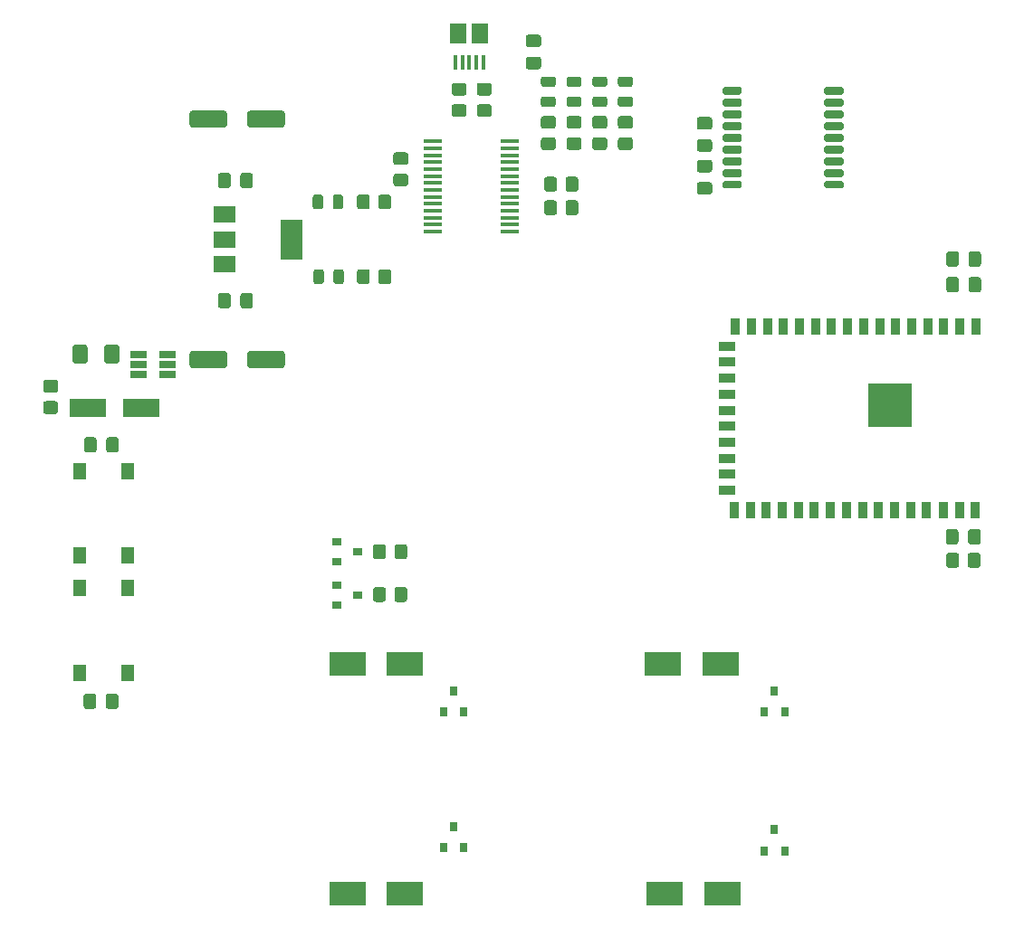
<source format=gbr>
%TF.GenerationSoftware,KiCad,Pcbnew,5.1.10*%
%TF.CreationDate,2021-12-02T21:41:10+00:00*%
%TF.ProjectId,ELE3044 - Tractor Tracker,454c4533-3034-4342-902d-205472616374,rev?*%
%TF.SameCoordinates,Original*%
%TF.FileFunction,Paste,Top*%
%TF.FilePolarity,Positive*%
%FSLAX46Y46*%
G04 Gerber Fmt 4.6, Leading zero omitted, Abs format (unit mm)*
G04 Created by KiCad (PCBNEW 5.1.10) date 2021-12-02 21:41:10*
%MOMM*%
%LPD*%
G01*
G04 APERTURE LIST*
%ADD10R,3.500000X1.800000*%
%ADD11R,3.500000X2.300000*%
%ADD12R,0.900000X1.500000*%
%ADD13R,1.500000X0.900000*%
%ADD14R,4.100000X4.100000*%
%ADD15R,1.750000X0.450000*%
%ADD16R,2.000000X1.500000*%
%ADD17R,2.000000X3.800000*%
%ADD18R,1.300000X1.550000*%
%ADD19R,0.800000X0.900000*%
%ADD20R,0.900000X0.800000*%
%ADD21R,1.560000X0.650000*%
%ADD22R,1.500000X1.900000*%
%ADD23R,0.400000X1.350000*%
G04 APERTURE END LIST*
%TO.C,U3*%
G36*
G01*
X177600000Y-72025000D02*
X177600000Y-71675000D01*
G75*
G02*
X177775000Y-71500000I175000J0D01*
G01*
X179225000Y-71500000D01*
G75*
G02*
X179400000Y-71675000I0J-175000D01*
G01*
X179400000Y-72025000D01*
G75*
G02*
X179225000Y-72200000I-175000J0D01*
G01*
X177775000Y-72200000D01*
G75*
G02*
X177600000Y-72025000I0J175000D01*
G01*
G37*
G36*
G01*
X177600000Y-73150000D02*
X177600000Y-72750000D01*
G75*
G02*
X177800000Y-72550000I200000J0D01*
G01*
X179200000Y-72550000D01*
G75*
G02*
X179400000Y-72750000I0J-200000D01*
G01*
X179400000Y-73150000D01*
G75*
G02*
X179200000Y-73350000I-200000J0D01*
G01*
X177800000Y-73350000D01*
G75*
G02*
X177600000Y-73150000I0J200000D01*
G01*
G37*
G36*
G01*
X177600000Y-74250000D02*
X177600000Y-73850000D01*
G75*
G02*
X177800000Y-73650000I200000J0D01*
G01*
X179200000Y-73650000D01*
G75*
G02*
X179400000Y-73850000I0J-200000D01*
G01*
X179400000Y-74250000D01*
G75*
G02*
X179200000Y-74450000I-200000J0D01*
G01*
X177800000Y-74450000D01*
G75*
G02*
X177600000Y-74250000I0J200000D01*
G01*
G37*
G36*
G01*
X177600000Y-75350000D02*
X177600000Y-74950000D01*
G75*
G02*
X177800000Y-74750000I200000J0D01*
G01*
X179200000Y-74750000D01*
G75*
G02*
X179400000Y-74950000I0J-200000D01*
G01*
X179400000Y-75350000D01*
G75*
G02*
X179200000Y-75550000I-200000J0D01*
G01*
X177800000Y-75550000D01*
G75*
G02*
X177600000Y-75350000I0J200000D01*
G01*
G37*
G36*
G01*
X177600000Y-76450000D02*
X177600000Y-76050000D01*
G75*
G02*
X177800000Y-75850000I200000J0D01*
G01*
X179200000Y-75850000D01*
G75*
G02*
X179400000Y-76050000I0J-200000D01*
G01*
X179400000Y-76450000D01*
G75*
G02*
X179200000Y-76650000I-200000J0D01*
G01*
X177800000Y-76650000D01*
G75*
G02*
X177600000Y-76450000I0J200000D01*
G01*
G37*
G36*
G01*
X177600000Y-77550000D02*
X177600000Y-77150000D01*
G75*
G02*
X177800000Y-76950000I200000J0D01*
G01*
X179200000Y-76950000D01*
G75*
G02*
X179400000Y-77150000I0J-200000D01*
G01*
X179400000Y-77550000D01*
G75*
G02*
X179200000Y-77750000I-200000J0D01*
G01*
X177800000Y-77750000D01*
G75*
G02*
X177600000Y-77550000I0J200000D01*
G01*
G37*
G36*
G01*
X177600000Y-78650000D02*
X177600000Y-78250000D01*
G75*
G02*
X177800000Y-78050000I200000J0D01*
G01*
X179200000Y-78050000D01*
G75*
G02*
X179400000Y-78250000I0J-200000D01*
G01*
X179400000Y-78650000D01*
G75*
G02*
X179200000Y-78850000I-200000J0D01*
G01*
X177800000Y-78850000D01*
G75*
G02*
X177600000Y-78650000I0J200000D01*
G01*
G37*
G36*
G01*
X177600000Y-79750000D02*
X177600000Y-79350000D01*
G75*
G02*
X177800000Y-79150000I200000J0D01*
G01*
X179200000Y-79150000D01*
G75*
G02*
X179400000Y-79350000I0J-200000D01*
G01*
X179400000Y-79750000D01*
G75*
G02*
X179200000Y-79950000I-200000J0D01*
G01*
X177800000Y-79950000D01*
G75*
G02*
X177600000Y-79750000I0J200000D01*
G01*
G37*
G36*
G01*
X177600000Y-80825000D02*
X177600000Y-80475000D01*
G75*
G02*
X177775000Y-80300000I175000J0D01*
G01*
X179225000Y-80300000D01*
G75*
G02*
X179400000Y-80475000I0J-175000D01*
G01*
X179400000Y-80825000D01*
G75*
G02*
X179225000Y-81000000I-175000J0D01*
G01*
X177775000Y-81000000D01*
G75*
G02*
X177600000Y-80825000I0J175000D01*
G01*
G37*
G36*
G01*
X168100000Y-80825000D02*
X168100000Y-80475000D01*
G75*
G02*
X168275000Y-80300000I175000J0D01*
G01*
X169725000Y-80300000D01*
G75*
G02*
X169900000Y-80475000I0J-175000D01*
G01*
X169900000Y-80825000D01*
G75*
G02*
X169725000Y-81000000I-175000J0D01*
G01*
X168275000Y-81000000D01*
G75*
G02*
X168100000Y-80825000I0J175000D01*
G01*
G37*
G36*
G01*
X168100000Y-79750000D02*
X168100000Y-79350000D01*
G75*
G02*
X168300000Y-79150000I200000J0D01*
G01*
X169700000Y-79150000D01*
G75*
G02*
X169900000Y-79350000I0J-200000D01*
G01*
X169900000Y-79750000D01*
G75*
G02*
X169700000Y-79950000I-200000J0D01*
G01*
X168300000Y-79950000D01*
G75*
G02*
X168100000Y-79750000I0J200000D01*
G01*
G37*
G36*
G01*
X168100000Y-78650000D02*
X168100000Y-78250000D01*
G75*
G02*
X168300000Y-78050000I200000J0D01*
G01*
X169700000Y-78050000D01*
G75*
G02*
X169900000Y-78250000I0J-200000D01*
G01*
X169900000Y-78650000D01*
G75*
G02*
X169700000Y-78850000I-200000J0D01*
G01*
X168300000Y-78850000D01*
G75*
G02*
X168100000Y-78650000I0J200000D01*
G01*
G37*
G36*
G01*
X168100000Y-77550000D02*
X168100000Y-77150000D01*
G75*
G02*
X168300000Y-76950000I200000J0D01*
G01*
X169700000Y-76950000D01*
G75*
G02*
X169900000Y-77150000I0J-200000D01*
G01*
X169900000Y-77550000D01*
G75*
G02*
X169700000Y-77750000I-200000J0D01*
G01*
X168300000Y-77750000D01*
G75*
G02*
X168100000Y-77550000I0J200000D01*
G01*
G37*
G36*
G01*
X168100000Y-76450000D02*
X168100000Y-76050000D01*
G75*
G02*
X168300000Y-75850000I200000J0D01*
G01*
X169700000Y-75850000D01*
G75*
G02*
X169900000Y-76050000I0J-200000D01*
G01*
X169900000Y-76450000D01*
G75*
G02*
X169700000Y-76650000I-200000J0D01*
G01*
X168300000Y-76650000D01*
G75*
G02*
X168100000Y-76450000I0J200000D01*
G01*
G37*
G36*
G01*
X168100000Y-75350000D02*
X168100000Y-74950000D01*
G75*
G02*
X168300000Y-74750000I200000J0D01*
G01*
X169700000Y-74750000D01*
G75*
G02*
X169900000Y-74950000I0J-200000D01*
G01*
X169900000Y-75350000D01*
G75*
G02*
X169700000Y-75550000I-200000J0D01*
G01*
X168300000Y-75550000D01*
G75*
G02*
X168100000Y-75350000I0J200000D01*
G01*
G37*
G36*
G01*
X168100000Y-74250000D02*
X168100000Y-73850000D01*
G75*
G02*
X168300000Y-73650000I200000J0D01*
G01*
X169700000Y-73650000D01*
G75*
G02*
X169900000Y-73850000I0J-200000D01*
G01*
X169900000Y-74250000D01*
G75*
G02*
X169700000Y-74450000I-200000J0D01*
G01*
X168300000Y-74450000D01*
G75*
G02*
X168100000Y-74250000I0J200000D01*
G01*
G37*
G36*
G01*
X168100000Y-73150000D02*
X168100000Y-72750000D01*
G75*
G02*
X168300000Y-72550000I200000J0D01*
G01*
X169700000Y-72550000D01*
G75*
G02*
X169900000Y-72750000I0J-200000D01*
G01*
X169900000Y-73150000D01*
G75*
G02*
X169700000Y-73350000I-200000J0D01*
G01*
X168300000Y-73350000D01*
G75*
G02*
X168100000Y-73150000I0J200000D01*
G01*
G37*
G36*
G01*
X168100000Y-72025000D02*
X168100000Y-71675000D01*
G75*
G02*
X168275000Y-71500000I175000J0D01*
G01*
X169725000Y-71500000D01*
G75*
G02*
X169900000Y-71675000I0J-175000D01*
G01*
X169900000Y-72025000D01*
G75*
G02*
X169725000Y-72200000I-175000J0D01*
G01*
X168275000Y-72200000D01*
G75*
G02*
X168100000Y-72025000I0J175000D01*
G01*
G37*
%TD*%
%TO.C,D2*%
G36*
G01*
X130737500Y-81793750D02*
X130737500Y-82706250D01*
G75*
G02*
X130493750Y-82950000I-243750J0D01*
G01*
X130006250Y-82950000D01*
G75*
G02*
X129762500Y-82706250I0J243750D01*
G01*
X129762500Y-81793750D01*
G75*
G02*
X130006250Y-81550000I243750J0D01*
G01*
X130493750Y-81550000D01*
G75*
G02*
X130737500Y-81793750I0J-243750D01*
G01*
G37*
G36*
G01*
X132612500Y-81793750D02*
X132612500Y-82706250D01*
G75*
G02*
X132368750Y-82950000I-243750J0D01*
G01*
X131881250Y-82950000D01*
G75*
G02*
X131637500Y-82706250I0J243750D01*
G01*
X131637500Y-81793750D01*
G75*
G02*
X131881250Y-81550000I243750J0D01*
G01*
X132368750Y-81550000D01*
G75*
G02*
X132612500Y-81793750I0J-243750D01*
G01*
G37*
%TD*%
D10*
%TO.C,D7*%
X108750000Y-101500000D03*
X113750000Y-101500000D03*
%TD*%
D11*
%TO.C,D10*%
X138400000Y-147000000D03*
X133000000Y-147000000D03*
%TD*%
D12*
%TO.C,U4*%
X191775000Y-93875000D03*
X170775000Y-93875000D03*
X169275000Y-93875000D03*
D13*
X168525000Y-95750000D03*
X168525000Y-97250000D03*
X168525000Y-98750000D03*
X168525000Y-100250000D03*
X168525000Y-101750000D03*
X168525000Y-103250000D03*
X168525000Y-104750000D03*
X168525000Y-106250000D03*
D12*
X190275000Y-93875000D03*
X188775000Y-93875000D03*
X187275000Y-93875000D03*
X185775000Y-93875000D03*
X184275000Y-93875000D03*
X182775000Y-93875000D03*
X181275000Y-93875000D03*
X179775000Y-93875000D03*
X178275000Y-93875000D03*
X176775000Y-93875000D03*
X175275000Y-93875000D03*
X173775000Y-93875000D03*
X172275000Y-93875000D03*
X185675000Y-111125000D03*
X184175000Y-111125000D03*
X182675000Y-111125000D03*
X181175000Y-111125000D03*
X179675000Y-111125000D03*
X178175000Y-111125000D03*
X176675000Y-111125000D03*
X175175000Y-111125000D03*
X173675000Y-111125000D03*
X172175000Y-111125000D03*
X170675000Y-111125000D03*
X169175000Y-111125000D03*
D13*
X168525000Y-109250000D03*
X168525000Y-107750000D03*
D12*
X187175000Y-111125000D03*
X188775000Y-111125000D03*
X190275000Y-111125000D03*
X191675000Y-111125000D03*
D14*
X183735000Y-101310000D03*
%TD*%
D15*
%TO.C,U2*%
X148200000Y-76575000D03*
X148200000Y-77225000D03*
X148200000Y-77875000D03*
X148200000Y-78525000D03*
X148200000Y-79175000D03*
X148200000Y-79825000D03*
X148200000Y-80475000D03*
X148200000Y-81125000D03*
X148200000Y-81775000D03*
X148200000Y-82425000D03*
X148200000Y-83075000D03*
X148200000Y-83725000D03*
X148200000Y-84375000D03*
X148200000Y-85025000D03*
X141000000Y-85025000D03*
X141000000Y-84375000D03*
X141000000Y-83725000D03*
X141000000Y-83075000D03*
X141000000Y-82425000D03*
X141000000Y-81775000D03*
X141000000Y-81125000D03*
X141000000Y-80475000D03*
X141000000Y-79825000D03*
X141000000Y-79175000D03*
X141000000Y-78525000D03*
X141000000Y-77875000D03*
X141000000Y-77225000D03*
X141000000Y-76575000D03*
%TD*%
D16*
%TO.C,U1*%
X121500000Y-83450000D03*
X121500000Y-88050000D03*
X121500000Y-85750000D03*
D17*
X127800000Y-85750000D03*
%TD*%
D18*
%TO.C,SW2*%
X107950000Y-115375000D03*
X112450000Y-115375000D03*
X112450000Y-107425000D03*
X107950000Y-107425000D03*
%TD*%
%TO.C,SW1*%
X107950000Y-126375000D03*
X112450000Y-126375000D03*
X112450000Y-118425000D03*
X107950000Y-118425000D03*
%TD*%
%TO.C,R2*%
G36*
G01*
X135900000Y-82700001D02*
X135900000Y-81799999D01*
G75*
G02*
X136149999Y-81550000I249999J0D01*
G01*
X136850001Y-81550000D01*
G75*
G02*
X137100000Y-81799999I0J-249999D01*
G01*
X137100000Y-82700001D01*
G75*
G02*
X136850001Y-82950000I-249999J0D01*
G01*
X136149999Y-82950000D01*
G75*
G02*
X135900000Y-82700001I0J249999D01*
G01*
G37*
G36*
G01*
X133900000Y-82700001D02*
X133900000Y-81799999D01*
G75*
G02*
X134149999Y-81550000I249999J0D01*
G01*
X134850001Y-81550000D01*
G75*
G02*
X135100000Y-81799999I0J-249999D01*
G01*
X135100000Y-82700001D01*
G75*
G02*
X134850001Y-82950000I-249999J0D01*
G01*
X134149999Y-82950000D01*
G75*
G02*
X133900000Y-82700001I0J249999D01*
G01*
G37*
%TD*%
%TO.C,R1*%
G36*
G01*
X135900000Y-89700001D02*
X135900000Y-88799999D01*
G75*
G02*
X136149999Y-88550000I249999J0D01*
G01*
X136850001Y-88550000D01*
G75*
G02*
X137100000Y-88799999I0J-249999D01*
G01*
X137100000Y-89700001D01*
G75*
G02*
X136850001Y-89950000I-249999J0D01*
G01*
X136149999Y-89950000D01*
G75*
G02*
X135900000Y-89700001I0J249999D01*
G01*
G37*
G36*
G01*
X133900000Y-89700001D02*
X133900000Y-88799999D01*
G75*
G02*
X134149999Y-88550000I249999J0D01*
G01*
X134850001Y-88550000D01*
G75*
G02*
X135100000Y-88799999I0J-249999D01*
G01*
X135100000Y-89700001D01*
G75*
G02*
X134850001Y-89950000I-249999J0D01*
G01*
X134149999Y-89950000D01*
G75*
G02*
X133900000Y-89700001I0J249999D01*
G01*
G37*
%TD*%
%TO.C,R6*%
G36*
G01*
X157050001Y-75400000D02*
X156149999Y-75400000D01*
G75*
G02*
X155900000Y-75150001I0J249999D01*
G01*
X155900000Y-74449999D01*
G75*
G02*
X156149999Y-74200000I249999J0D01*
G01*
X157050001Y-74200000D01*
G75*
G02*
X157300000Y-74449999I0J-249999D01*
G01*
X157300000Y-75150001D01*
G75*
G02*
X157050001Y-75400000I-249999J0D01*
G01*
G37*
G36*
G01*
X157050001Y-77400000D02*
X156149999Y-77400000D01*
G75*
G02*
X155900000Y-77150001I0J249999D01*
G01*
X155900000Y-76449999D01*
G75*
G02*
X156149999Y-76200000I249999J0D01*
G01*
X157050001Y-76200000D01*
G75*
G02*
X157300000Y-76449999I0J-249999D01*
G01*
X157300000Y-77150001D01*
G75*
G02*
X157050001Y-77400000I-249999J0D01*
G01*
G37*
%TD*%
%TO.C,R5*%
G36*
G01*
X154650001Y-75400000D02*
X153749999Y-75400000D01*
G75*
G02*
X153500000Y-75150001I0J249999D01*
G01*
X153500000Y-74449999D01*
G75*
G02*
X153749999Y-74200000I249999J0D01*
G01*
X154650001Y-74200000D01*
G75*
G02*
X154900000Y-74449999I0J-249999D01*
G01*
X154900000Y-75150001D01*
G75*
G02*
X154650001Y-75400000I-249999J0D01*
G01*
G37*
G36*
G01*
X154650001Y-77400000D02*
X153749999Y-77400000D01*
G75*
G02*
X153500000Y-77150001I0J249999D01*
G01*
X153500000Y-76449999D01*
G75*
G02*
X153749999Y-76200000I249999J0D01*
G01*
X154650001Y-76200000D01*
G75*
G02*
X154900000Y-76449999I0J-249999D01*
G01*
X154900000Y-77150001D01*
G75*
G02*
X154650001Y-77400000I-249999J0D01*
G01*
G37*
%TD*%
D19*
%TO.C,Q5*%
X172950000Y-141000000D03*
X173900000Y-143000000D03*
X172000000Y-143000000D03*
%TD*%
%TO.C,Q3*%
X172950000Y-128000000D03*
X173900000Y-130000000D03*
X172000000Y-130000000D03*
%TD*%
%TO.C,Q4*%
X142950000Y-140700000D03*
X143900000Y-142700000D03*
X142000000Y-142700000D03*
%TD*%
%TO.C,Q2*%
X142950000Y-128000000D03*
X143900000Y-130000000D03*
X142000000Y-130000000D03*
%TD*%
D20*
%TO.C,Q7*%
X134000000Y-119050000D03*
X132000000Y-120000000D03*
X132000000Y-118100000D03*
%TD*%
%TO.C,Q6*%
X134000000Y-115000000D03*
X132000000Y-115950000D03*
X132000000Y-114050000D03*
%TD*%
D21*
%TO.C,Q1*%
X116200000Y-97450000D03*
X116200000Y-96500000D03*
X116200000Y-98400000D03*
X113500000Y-98400000D03*
X113500000Y-97450000D03*
X113500000Y-96500000D03*
%TD*%
D22*
%TO.C,J2*%
X145400000Y-66500000D03*
D23*
X144400000Y-69200000D03*
X143750000Y-69200000D03*
X143100000Y-69200000D03*
X145700000Y-69200000D03*
X145050000Y-69200000D03*
D22*
X143400000Y-66500000D03*
%TD*%
%TO.C,F1*%
G36*
G01*
X108712500Y-95875000D02*
X108712500Y-97125000D01*
G75*
G02*
X108462500Y-97375000I-250000J0D01*
G01*
X107537500Y-97375000D01*
G75*
G02*
X107287500Y-97125000I0J250000D01*
G01*
X107287500Y-95875000D01*
G75*
G02*
X107537500Y-95625000I250000J0D01*
G01*
X108462500Y-95625000D01*
G75*
G02*
X108712500Y-95875000I0J-250000D01*
G01*
G37*
G36*
G01*
X111687500Y-95875000D02*
X111687500Y-97125000D01*
G75*
G02*
X111437500Y-97375000I-250000J0D01*
G01*
X110512500Y-97375000D01*
G75*
G02*
X110262500Y-97125000I0J250000D01*
G01*
X110262500Y-95875000D01*
G75*
G02*
X110512500Y-95625000I250000J0D01*
G01*
X111437500Y-95625000D01*
G75*
G02*
X111687500Y-95875000I0J-250000D01*
G01*
G37*
%TD*%
%TO.C,D1*%
G36*
G01*
X130800000Y-88793750D02*
X130800000Y-89706250D01*
G75*
G02*
X130556250Y-89950000I-243750J0D01*
G01*
X130068750Y-89950000D01*
G75*
G02*
X129825000Y-89706250I0J243750D01*
G01*
X129825000Y-88793750D01*
G75*
G02*
X130068750Y-88550000I243750J0D01*
G01*
X130556250Y-88550000D01*
G75*
G02*
X130800000Y-88793750I0J-243750D01*
G01*
G37*
G36*
G01*
X132675000Y-88793750D02*
X132675000Y-89706250D01*
G75*
G02*
X132431250Y-89950000I-243750J0D01*
G01*
X131943750Y-89950000D01*
G75*
G02*
X131700000Y-89706250I0J243750D01*
G01*
X131700000Y-88793750D01*
G75*
G02*
X131943750Y-88550000I243750J0D01*
G01*
X132431250Y-88550000D01*
G75*
G02*
X132675000Y-88793750I0J-243750D01*
G01*
G37*
%TD*%
%TO.C,D6*%
G36*
G01*
X157056250Y-71487500D02*
X156143750Y-71487500D01*
G75*
G02*
X155900000Y-71243750I0J243750D01*
G01*
X155900000Y-70756250D01*
G75*
G02*
X156143750Y-70512500I243750J0D01*
G01*
X157056250Y-70512500D01*
G75*
G02*
X157300000Y-70756250I0J-243750D01*
G01*
X157300000Y-71243750D01*
G75*
G02*
X157056250Y-71487500I-243750J0D01*
G01*
G37*
G36*
G01*
X157056250Y-73362500D02*
X156143750Y-73362500D01*
G75*
G02*
X155900000Y-73118750I0J243750D01*
G01*
X155900000Y-72631250D01*
G75*
G02*
X156143750Y-72387500I243750J0D01*
G01*
X157056250Y-72387500D01*
G75*
G02*
X157300000Y-72631250I0J-243750D01*
G01*
X157300000Y-73118750D01*
G75*
G02*
X157056250Y-73362500I-243750J0D01*
G01*
G37*
%TD*%
%TO.C,D5*%
G36*
G01*
X154656250Y-71487500D02*
X153743750Y-71487500D01*
G75*
G02*
X153500000Y-71243750I0J243750D01*
G01*
X153500000Y-70756250D01*
G75*
G02*
X153743750Y-70512500I243750J0D01*
G01*
X154656250Y-70512500D01*
G75*
G02*
X154900000Y-70756250I0J-243750D01*
G01*
X154900000Y-71243750D01*
G75*
G02*
X154656250Y-71487500I-243750J0D01*
G01*
G37*
G36*
G01*
X154656250Y-73362500D02*
X153743750Y-73362500D01*
G75*
G02*
X153500000Y-73118750I0J243750D01*
G01*
X153500000Y-72631250D01*
G75*
G02*
X153743750Y-72387500I243750J0D01*
G01*
X154656250Y-72387500D01*
G75*
G02*
X154900000Y-72631250I0J-243750D01*
G01*
X154900000Y-73118750D01*
G75*
G02*
X154656250Y-73362500I-243750J0D01*
G01*
G37*
%TD*%
%TO.C,D4*%
G36*
G01*
X152256250Y-71487500D02*
X151343750Y-71487500D01*
G75*
G02*
X151100000Y-71243750I0J243750D01*
G01*
X151100000Y-70756250D01*
G75*
G02*
X151343750Y-70512500I243750J0D01*
G01*
X152256250Y-70512500D01*
G75*
G02*
X152500000Y-70756250I0J-243750D01*
G01*
X152500000Y-71243750D01*
G75*
G02*
X152256250Y-71487500I-243750J0D01*
G01*
G37*
G36*
G01*
X152256250Y-73362500D02*
X151343750Y-73362500D01*
G75*
G02*
X151100000Y-73118750I0J243750D01*
G01*
X151100000Y-72631250D01*
G75*
G02*
X151343750Y-72387500I243750J0D01*
G01*
X152256250Y-72387500D01*
G75*
G02*
X152500000Y-72631250I0J-243750D01*
G01*
X152500000Y-73118750D01*
G75*
G02*
X152256250Y-73362500I-243750J0D01*
G01*
G37*
%TD*%
%TO.C,D3*%
G36*
G01*
X159456250Y-71487500D02*
X158543750Y-71487500D01*
G75*
G02*
X158300000Y-71243750I0J243750D01*
G01*
X158300000Y-70756250D01*
G75*
G02*
X158543750Y-70512500I243750J0D01*
G01*
X159456250Y-70512500D01*
G75*
G02*
X159700000Y-70756250I0J-243750D01*
G01*
X159700000Y-71243750D01*
G75*
G02*
X159456250Y-71487500I-243750J0D01*
G01*
G37*
G36*
G01*
X159456250Y-73362500D02*
X158543750Y-73362500D01*
G75*
G02*
X158300000Y-73118750I0J243750D01*
G01*
X158300000Y-72631250D01*
G75*
G02*
X158543750Y-72387500I243750J0D01*
G01*
X159456250Y-72387500D01*
G75*
G02*
X159700000Y-72631250I0J-243750D01*
G01*
X159700000Y-73118750D01*
G75*
G02*
X159456250Y-73362500I-243750J0D01*
G01*
G37*
%TD*%
D11*
%TO.C,D9*%
X167900000Y-125500000D03*
X162500000Y-125500000D03*
%TD*%
%TO.C,D11*%
X168100000Y-147000000D03*
X162700000Y-147000000D03*
%TD*%
%TO.C,D8*%
X138400000Y-125500000D03*
X133000000Y-125500000D03*
%TD*%
%TO.C,C4*%
G36*
G01*
X121750000Y-73950000D02*
X121750000Y-75050000D01*
G75*
G02*
X121500000Y-75300000I-250000J0D01*
G01*
X118500000Y-75300000D01*
G75*
G02*
X118250000Y-75050000I0J250000D01*
G01*
X118250000Y-73950000D01*
G75*
G02*
X118500000Y-73700000I250000J0D01*
G01*
X121500000Y-73700000D01*
G75*
G02*
X121750000Y-73950000I0J-250000D01*
G01*
G37*
G36*
G01*
X127150000Y-73950000D02*
X127150000Y-75050000D01*
G75*
G02*
X126900000Y-75300000I-250000J0D01*
G01*
X123900000Y-75300000D01*
G75*
G02*
X123650000Y-75050000I0J250000D01*
G01*
X123650000Y-73950000D01*
G75*
G02*
X123900000Y-73700000I250000J0D01*
G01*
X126900000Y-73700000D01*
G75*
G02*
X127150000Y-73950000I0J-250000D01*
G01*
G37*
%TD*%
%TO.C,C1*%
G36*
G01*
X123650000Y-97550000D02*
X123650000Y-96450000D01*
G75*
G02*
X123900000Y-96200000I250000J0D01*
G01*
X126900000Y-96200000D01*
G75*
G02*
X127150000Y-96450000I0J-250000D01*
G01*
X127150000Y-97550000D01*
G75*
G02*
X126900000Y-97800000I-250000J0D01*
G01*
X123900000Y-97800000D01*
G75*
G02*
X123650000Y-97550000I0J250000D01*
G01*
G37*
G36*
G01*
X118250000Y-97550000D02*
X118250000Y-96450000D01*
G75*
G02*
X118500000Y-96200000I250000J0D01*
G01*
X121500000Y-96200000D01*
G75*
G02*
X121750000Y-96450000I0J-250000D01*
G01*
X121750000Y-97550000D01*
G75*
G02*
X121500000Y-97800000I-250000J0D01*
G01*
X118500000Y-97800000D01*
G75*
G02*
X118250000Y-97550000I0J250000D01*
G01*
G37*
%TD*%
%TO.C,C7*%
G36*
G01*
X166875000Y-75487500D02*
X165925000Y-75487500D01*
G75*
G02*
X165675000Y-75237500I0J250000D01*
G01*
X165675000Y-74562500D01*
G75*
G02*
X165925000Y-74312500I250000J0D01*
G01*
X166875000Y-74312500D01*
G75*
G02*
X167125000Y-74562500I0J-250000D01*
G01*
X167125000Y-75237500D01*
G75*
G02*
X166875000Y-75487500I-250000J0D01*
G01*
G37*
G36*
G01*
X166875000Y-77562500D02*
X165925000Y-77562500D01*
G75*
G02*
X165675000Y-77312500I0J250000D01*
G01*
X165675000Y-76637500D01*
G75*
G02*
X165925000Y-76387500I250000J0D01*
G01*
X166875000Y-76387500D01*
G75*
G02*
X167125000Y-76637500I0J-250000D01*
G01*
X167125000Y-77312500D01*
G75*
G02*
X166875000Y-77562500I-250000J0D01*
G01*
G37*
%TD*%
%TO.C,C6*%
G36*
G01*
X165925000Y-80387500D02*
X166875000Y-80387500D01*
G75*
G02*
X167125000Y-80637500I0J-250000D01*
G01*
X167125000Y-81312500D01*
G75*
G02*
X166875000Y-81562500I-250000J0D01*
G01*
X165925000Y-81562500D01*
G75*
G02*
X165675000Y-81312500I0J250000D01*
G01*
X165675000Y-80637500D01*
G75*
G02*
X165925000Y-80387500I250000J0D01*
G01*
G37*
G36*
G01*
X165925000Y-78312500D02*
X166875000Y-78312500D01*
G75*
G02*
X167125000Y-78562500I0J-250000D01*
G01*
X167125000Y-79237500D01*
G75*
G02*
X166875000Y-79487500I-250000J0D01*
G01*
X165925000Y-79487500D01*
G75*
G02*
X165675000Y-79237500I0J250000D01*
G01*
X165675000Y-78562500D01*
G75*
G02*
X165925000Y-78312500I250000J0D01*
G01*
G37*
%TD*%
%TO.C,C10*%
G36*
G01*
X191087500Y-88075000D02*
X191087500Y-87125000D01*
G75*
G02*
X191337500Y-86875000I250000J0D01*
G01*
X192012500Y-86875000D01*
G75*
G02*
X192262500Y-87125000I0J-250000D01*
G01*
X192262500Y-88075000D01*
G75*
G02*
X192012500Y-88325000I-250000J0D01*
G01*
X191337500Y-88325000D01*
G75*
G02*
X191087500Y-88075000I0J250000D01*
G01*
G37*
G36*
G01*
X189012500Y-88075000D02*
X189012500Y-87125000D01*
G75*
G02*
X189262500Y-86875000I250000J0D01*
G01*
X189937500Y-86875000D01*
G75*
G02*
X190187500Y-87125000I0J-250000D01*
G01*
X190187500Y-88075000D01*
G75*
G02*
X189937500Y-88325000I-250000J0D01*
G01*
X189262500Y-88325000D01*
G75*
G02*
X189012500Y-88075000I0J250000D01*
G01*
G37*
%TD*%
%TO.C,C3*%
G36*
G01*
X122087500Y-79775000D02*
X122087500Y-80725000D01*
G75*
G02*
X121837500Y-80975000I-250000J0D01*
G01*
X121162500Y-80975000D01*
G75*
G02*
X120912500Y-80725000I0J250000D01*
G01*
X120912500Y-79775000D01*
G75*
G02*
X121162500Y-79525000I250000J0D01*
G01*
X121837500Y-79525000D01*
G75*
G02*
X122087500Y-79775000I0J-250000D01*
G01*
G37*
G36*
G01*
X124162500Y-79775000D02*
X124162500Y-80725000D01*
G75*
G02*
X123912500Y-80975000I-250000J0D01*
G01*
X123237500Y-80975000D01*
G75*
G02*
X122987500Y-80725000I0J250000D01*
G01*
X122987500Y-79775000D01*
G75*
G02*
X123237500Y-79525000I250000J0D01*
G01*
X123912500Y-79525000D01*
G75*
G02*
X124162500Y-79775000I0J-250000D01*
G01*
G37*
%TD*%
%TO.C,C2*%
G36*
G01*
X122987500Y-91975000D02*
X122987500Y-91025000D01*
G75*
G02*
X123237500Y-90775000I250000J0D01*
G01*
X123912500Y-90775000D01*
G75*
G02*
X124162500Y-91025000I0J-250000D01*
G01*
X124162500Y-91975000D01*
G75*
G02*
X123912500Y-92225000I-250000J0D01*
G01*
X123237500Y-92225000D01*
G75*
G02*
X122987500Y-91975000I0J250000D01*
G01*
G37*
G36*
G01*
X120912500Y-91975000D02*
X120912500Y-91025000D01*
G75*
G02*
X121162500Y-90775000I250000J0D01*
G01*
X121837500Y-90775000D01*
G75*
G02*
X122087500Y-91025000I0J-250000D01*
G01*
X122087500Y-91975000D01*
G75*
G02*
X121837500Y-92225000I-250000J0D01*
G01*
X121162500Y-92225000D01*
G75*
G02*
X120912500Y-91975000I0J250000D01*
G01*
G37*
%TD*%
%TO.C,R11*%
G36*
G01*
X152600000Y-80149999D02*
X152600000Y-81050001D01*
G75*
G02*
X152350001Y-81300000I-249999J0D01*
G01*
X151649999Y-81300000D01*
G75*
G02*
X151400000Y-81050001I0J249999D01*
G01*
X151400000Y-80149999D01*
G75*
G02*
X151649999Y-79900000I249999J0D01*
G01*
X152350001Y-79900000D01*
G75*
G02*
X152600000Y-80149999I0J-249999D01*
G01*
G37*
G36*
G01*
X154600000Y-80149999D02*
X154600000Y-81050001D01*
G75*
G02*
X154350001Y-81300000I-249999J0D01*
G01*
X153649999Y-81300000D01*
G75*
G02*
X153400000Y-81050001I0J249999D01*
G01*
X153400000Y-80149999D01*
G75*
G02*
X153649999Y-79900000I249999J0D01*
G01*
X154350001Y-79900000D01*
G75*
G02*
X154600000Y-80149999I0J-249999D01*
G01*
G37*
%TD*%
%TO.C,R4*%
G36*
G01*
X152250001Y-75400000D02*
X151349999Y-75400000D01*
G75*
G02*
X151100000Y-75150001I0J249999D01*
G01*
X151100000Y-74449999D01*
G75*
G02*
X151349999Y-74200000I249999J0D01*
G01*
X152250001Y-74200000D01*
G75*
G02*
X152500000Y-74449999I0J-249999D01*
G01*
X152500000Y-75150001D01*
G75*
G02*
X152250001Y-75400000I-249999J0D01*
G01*
G37*
G36*
G01*
X152250001Y-77400000D02*
X151349999Y-77400000D01*
G75*
G02*
X151100000Y-77150001I0J249999D01*
G01*
X151100000Y-76449999D01*
G75*
G02*
X151349999Y-76200000I249999J0D01*
G01*
X152250001Y-76200000D01*
G75*
G02*
X152500000Y-76449999I0J-249999D01*
G01*
X152500000Y-77150001D01*
G75*
G02*
X152250001Y-77400000I-249999J0D01*
G01*
G37*
%TD*%
%TO.C,R3*%
G36*
G01*
X159450001Y-75400000D02*
X158549999Y-75400000D01*
G75*
G02*
X158300000Y-75150001I0J249999D01*
G01*
X158300000Y-74449999D01*
G75*
G02*
X158549999Y-74200000I249999J0D01*
G01*
X159450001Y-74200000D01*
G75*
G02*
X159700000Y-74449999I0J-249999D01*
G01*
X159700000Y-75150001D01*
G75*
G02*
X159450001Y-75400000I-249999J0D01*
G01*
G37*
G36*
G01*
X159450001Y-77400000D02*
X158549999Y-77400000D01*
G75*
G02*
X158300000Y-77150001I0J249999D01*
G01*
X158300000Y-76449999D01*
G75*
G02*
X158549999Y-76200000I249999J0D01*
G01*
X159450001Y-76200000D01*
G75*
G02*
X159700000Y-76449999I0J-249999D01*
G01*
X159700000Y-77150001D01*
G75*
G02*
X159450001Y-77400000I-249999J0D01*
G01*
G37*
%TD*%
%TO.C,R13*%
G36*
G01*
X190200000Y-115349999D02*
X190200000Y-116250001D01*
G75*
G02*
X189950001Y-116500000I-249999J0D01*
G01*
X189249999Y-116500000D01*
G75*
G02*
X189000000Y-116250001I0J249999D01*
G01*
X189000000Y-115349999D01*
G75*
G02*
X189249999Y-115100000I249999J0D01*
G01*
X189950001Y-115100000D01*
G75*
G02*
X190200000Y-115349999I0J-249999D01*
G01*
G37*
G36*
G01*
X192200000Y-115349999D02*
X192200000Y-116250001D01*
G75*
G02*
X191950001Y-116500000I-249999J0D01*
G01*
X191249999Y-116500000D01*
G75*
G02*
X191000000Y-116250001I0J249999D01*
G01*
X191000000Y-115349999D01*
G75*
G02*
X191249999Y-115100000I249999J0D01*
G01*
X191950001Y-115100000D01*
G75*
G02*
X192200000Y-115349999I0J-249999D01*
G01*
G37*
%TD*%
%TO.C,R12*%
G36*
G01*
X153400000Y-83250001D02*
X153400000Y-82349999D01*
G75*
G02*
X153649999Y-82100000I249999J0D01*
G01*
X154350001Y-82100000D01*
G75*
G02*
X154600000Y-82349999I0J-249999D01*
G01*
X154600000Y-83250001D01*
G75*
G02*
X154350001Y-83500000I-249999J0D01*
G01*
X153649999Y-83500000D01*
G75*
G02*
X153400000Y-83250001I0J249999D01*
G01*
G37*
G36*
G01*
X151400000Y-83250001D02*
X151400000Y-82349999D01*
G75*
G02*
X151649999Y-82100000I249999J0D01*
G01*
X152350001Y-82100000D01*
G75*
G02*
X152600000Y-82349999I0J-249999D01*
G01*
X152600000Y-83250001D01*
G75*
G02*
X152350001Y-83500000I-249999J0D01*
G01*
X151649999Y-83500000D01*
G75*
G02*
X151400000Y-83250001I0J249999D01*
G01*
G37*
%TD*%
%TO.C,R10*%
G36*
G01*
X145349999Y-73100000D02*
X146250001Y-73100000D01*
G75*
G02*
X146500000Y-73349999I0J-249999D01*
G01*
X146500000Y-74050001D01*
G75*
G02*
X146250001Y-74300000I-249999J0D01*
G01*
X145349999Y-74300000D01*
G75*
G02*
X145100000Y-74050001I0J249999D01*
G01*
X145100000Y-73349999D01*
G75*
G02*
X145349999Y-73100000I249999J0D01*
G01*
G37*
G36*
G01*
X145349999Y-71100000D02*
X146250001Y-71100000D01*
G75*
G02*
X146500000Y-71349999I0J-249999D01*
G01*
X146500000Y-72050001D01*
G75*
G02*
X146250001Y-72300000I-249999J0D01*
G01*
X145349999Y-72300000D01*
G75*
G02*
X145100000Y-72050001I0J249999D01*
G01*
X145100000Y-71349999D01*
G75*
G02*
X145349999Y-71100000I249999J0D01*
G01*
G37*
%TD*%
%TO.C,R9*%
G36*
G01*
X143900001Y-72300000D02*
X142999999Y-72300000D01*
G75*
G02*
X142750000Y-72050001I0J249999D01*
G01*
X142750000Y-71349999D01*
G75*
G02*
X142999999Y-71100000I249999J0D01*
G01*
X143900001Y-71100000D01*
G75*
G02*
X144150000Y-71349999I0J-249999D01*
G01*
X144150000Y-72050001D01*
G75*
G02*
X143900001Y-72300000I-249999J0D01*
G01*
G37*
G36*
G01*
X143900001Y-74300000D02*
X142999999Y-74300000D01*
G75*
G02*
X142750000Y-74050001I0J249999D01*
G01*
X142750000Y-73349999D01*
G75*
G02*
X142999999Y-73100000I249999J0D01*
G01*
X143900001Y-73100000D01*
G75*
G02*
X144150000Y-73349999I0J-249999D01*
G01*
X144150000Y-74050001D01*
G75*
G02*
X143900001Y-74300000I-249999J0D01*
G01*
G37*
%TD*%
%TO.C,R8*%
G36*
G01*
X138450001Y-78800000D02*
X137549999Y-78800000D01*
G75*
G02*
X137300000Y-78550001I0J249999D01*
G01*
X137300000Y-77849999D01*
G75*
G02*
X137549999Y-77600000I249999J0D01*
G01*
X138450001Y-77600000D01*
G75*
G02*
X138700000Y-77849999I0J-249999D01*
G01*
X138700000Y-78550001D01*
G75*
G02*
X138450001Y-78800000I-249999J0D01*
G01*
G37*
G36*
G01*
X138450001Y-80800000D02*
X137549999Y-80800000D01*
G75*
G02*
X137300000Y-80550001I0J249999D01*
G01*
X137300000Y-79849999D01*
G75*
G02*
X137549999Y-79600000I249999J0D01*
G01*
X138450001Y-79600000D01*
G75*
G02*
X138700000Y-79849999I0J-249999D01*
G01*
X138700000Y-80550001D01*
G75*
G02*
X138450001Y-80800000I-249999J0D01*
G01*
G37*
%TD*%
%TO.C,R15*%
G36*
G01*
X136600000Y-114549999D02*
X136600000Y-115450001D01*
G75*
G02*
X136350001Y-115700000I-249999J0D01*
G01*
X135649999Y-115700000D01*
G75*
G02*
X135400000Y-115450001I0J249999D01*
G01*
X135400000Y-114549999D01*
G75*
G02*
X135649999Y-114300000I249999J0D01*
G01*
X136350001Y-114300000D01*
G75*
G02*
X136600000Y-114549999I0J-249999D01*
G01*
G37*
G36*
G01*
X138600000Y-114549999D02*
X138600000Y-115450001D01*
G75*
G02*
X138350001Y-115700000I-249999J0D01*
G01*
X137649999Y-115700000D01*
G75*
G02*
X137400000Y-115450001I0J249999D01*
G01*
X137400000Y-114549999D01*
G75*
G02*
X137649999Y-114300000I249999J0D01*
G01*
X138350001Y-114300000D01*
G75*
G02*
X138600000Y-114549999I0J-249999D01*
G01*
G37*
%TD*%
%TO.C,R14*%
G36*
G01*
X136600000Y-118549999D02*
X136600000Y-119450001D01*
G75*
G02*
X136350001Y-119700000I-249999J0D01*
G01*
X135649999Y-119700000D01*
G75*
G02*
X135400000Y-119450001I0J249999D01*
G01*
X135400000Y-118549999D01*
G75*
G02*
X135649999Y-118300000I249999J0D01*
G01*
X136350001Y-118300000D01*
G75*
G02*
X136600000Y-118549999I0J-249999D01*
G01*
G37*
G36*
G01*
X138600000Y-118549999D02*
X138600000Y-119450001D01*
G75*
G02*
X138350001Y-119700000I-249999J0D01*
G01*
X137649999Y-119700000D01*
G75*
G02*
X137400000Y-119450001I0J249999D01*
G01*
X137400000Y-118549999D01*
G75*
G02*
X137649999Y-118300000I249999J0D01*
G01*
X138350001Y-118300000D01*
G75*
G02*
X138600000Y-118549999I0J-249999D01*
G01*
G37*
%TD*%
%TO.C,R7*%
G36*
G01*
X105700001Y-100100000D02*
X104799999Y-100100000D01*
G75*
G02*
X104550000Y-99850001I0J249999D01*
G01*
X104550000Y-99149999D01*
G75*
G02*
X104799999Y-98900000I249999J0D01*
G01*
X105700001Y-98900000D01*
G75*
G02*
X105950000Y-99149999I0J-249999D01*
G01*
X105950000Y-99850001D01*
G75*
G02*
X105700001Y-100100000I-249999J0D01*
G01*
G37*
G36*
G01*
X105700001Y-102100000D02*
X104799999Y-102100000D01*
G75*
G02*
X104550000Y-101850001I0J249999D01*
G01*
X104550000Y-101149999D01*
G75*
G02*
X104799999Y-100900000I249999J0D01*
G01*
X105700001Y-100900000D01*
G75*
G02*
X105950000Y-101149999I0J-249999D01*
G01*
X105950000Y-101850001D01*
G75*
G02*
X105700001Y-102100000I-249999J0D01*
G01*
G37*
%TD*%
%TO.C,C9*%
G36*
G01*
X191087500Y-90475000D02*
X191087500Y-89525000D01*
G75*
G02*
X191337500Y-89275000I250000J0D01*
G01*
X192012500Y-89275000D01*
G75*
G02*
X192262500Y-89525000I0J-250000D01*
G01*
X192262500Y-90475000D01*
G75*
G02*
X192012500Y-90725000I-250000J0D01*
G01*
X191337500Y-90725000D01*
G75*
G02*
X191087500Y-90475000I0J250000D01*
G01*
G37*
G36*
G01*
X189012500Y-90475000D02*
X189012500Y-89525000D01*
G75*
G02*
X189262500Y-89275000I250000J0D01*
G01*
X189937500Y-89275000D01*
G75*
G02*
X190187500Y-89525000I0J-250000D01*
G01*
X190187500Y-90475000D01*
G75*
G02*
X189937500Y-90725000I-250000J0D01*
G01*
X189262500Y-90725000D01*
G75*
G02*
X189012500Y-90475000I0J250000D01*
G01*
G37*
%TD*%
%TO.C,C8*%
G36*
G01*
X190150000Y-113125000D02*
X190150000Y-114075000D01*
G75*
G02*
X189900000Y-114325000I-250000J0D01*
G01*
X189225000Y-114325000D01*
G75*
G02*
X188975000Y-114075000I0J250000D01*
G01*
X188975000Y-113125000D01*
G75*
G02*
X189225000Y-112875000I250000J0D01*
G01*
X189900000Y-112875000D01*
G75*
G02*
X190150000Y-113125000I0J-250000D01*
G01*
G37*
G36*
G01*
X192225000Y-113125000D02*
X192225000Y-114075000D01*
G75*
G02*
X191975000Y-114325000I-250000J0D01*
G01*
X191300000Y-114325000D01*
G75*
G02*
X191050000Y-114075000I0J250000D01*
G01*
X191050000Y-113125000D01*
G75*
G02*
X191300000Y-112875000I250000J0D01*
G01*
X191975000Y-112875000D01*
G75*
G02*
X192225000Y-113125000I0J-250000D01*
G01*
G37*
%TD*%
%TO.C,C12*%
G36*
G01*
X109550000Y-104525000D02*
X109550000Y-105475000D01*
G75*
G02*
X109300000Y-105725000I-250000J0D01*
G01*
X108625000Y-105725000D01*
G75*
G02*
X108375000Y-105475000I0J250000D01*
G01*
X108375000Y-104525000D01*
G75*
G02*
X108625000Y-104275000I250000J0D01*
G01*
X109300000Y-104275000D01*
G75*
G02*
X109550000Y-104525000I0J-250000D01*
G01*
G37*
G36*
G01*
X111625000Y-104525000D02*
X111625000Y-105475000D01*
G75*
G02*
X111375000Y-105725000I-250000J0D01*
G01*
X110700000Y-105725000D01*
G75*
G02*
X110450000Y-105475000I0J250000D01*
G01*
X110450000Y-104525000D01*
G75*
G02*
X110700000Y-104275000I250000J0D01*
G01*
X111375000Y-104275000D01*
G75*
G02*
X111625000Y-104525000I0J-250000D01*
G01*
G37*
%TD*%
%TO.C,C11*%
G36*
G01*
X109512500Y-128525000D02*
X109512500Y-129475000D01*
G75*
G02*
X109262500Y-129725000I-250000J0D01*
G01*
X108587500Y-129725000D01*
G75*
G02*
X108337500Y-129475000I0J250000D01*
G01*
X108337500Y-128525000D01*
G75*
G02*
X108587500Y-128275000I250000J0D01*
G01*
X109262500Y-128275000D01*
G75*
G02*
X109512500Y-128525000I0J-250000D01*
G01*
G37*
G36*
G01*
X111587500Y-128525000D02*
X111587500Y-129475000D01*
G75*
G02*
X111337500Y-129725000I-250000J0D01*
G01*
X110662500Y-129725000D01*
G75*
G02*
X110412500Y-129475000I0J250000D01*
G01*
X110412500Y-128525000D01*
G75*
G02*
X110662500Y-128275000I250000J0D01*
G01*
X111337500Y-128275000D01*
G75*
G02*
X111587500Y-128525000I0J-250000D01*
G01*
G37*
%TD*%
%TO.C,C5*%
G36*
G01*
X150875000Y-67762500D02*
X149925000Y-67762500D01*
G75*
G02*
X149675000Y-67512500I0J250000D01*
G01*
X149675000Y-66837500D01*
G75*
G02*
X149925000Y-66587500I250000J0D01*
G01*
X150875000Y-66587500D01*
G75*
G02*
X151125000Y-66837500I0J-250000D01*
G01*
X151125000Y-67512500D01*
G75*
G02*
X150875000Y-67762500I-250000J0D01*
G01*
G37*
G36*
G01*
X150875000Y-69837500D02*
X149925000Y-69837500D01*
G75*
G02*
X149675000Y-69587500I0J250000D01*
G01*
X149675000Y-68912500D01*
G75*
G02*
X149925000Y-68662500I250000J0D01*
G01*
X150875000Y-68662500D01*
G75*
G02*
X151125000Y-68912500I0J-250000D01*
G01*
X151125000Y-69587500D01*
G75*
G02*
X150875000Y-69837500I-250000J0D01*
G01*
G37*
%TD*%
M02*

</source>
